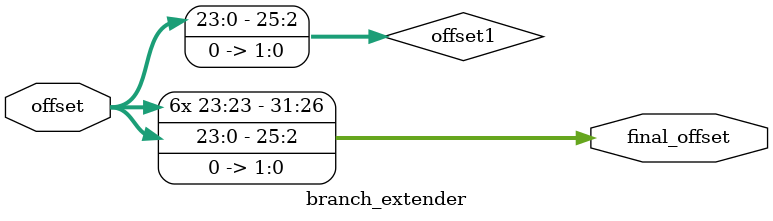
<source format=v>

module branch_extender(output reg [31:0] final_offset, input [23:0] offset);

reg [25:0] offset1;

always @ (*)

begin

   offset1=offset;

   offset1=offset1<<2;

   final_offset= $signed(offset1);

end

endmodule

</source>
